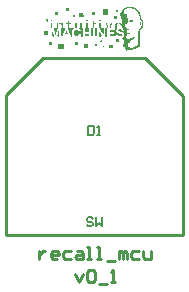
<source format=gto>
G04 Layer_Color=65535*
%FSLAX25Y25*%
%MOIN*%
G70*
G01*
G75*
%ADD15C,0.01000*%
%ADD17C,0.00600*%
G36*
X1684Y38252D02*
X1785D01*
Y38151D01*
X1886D01*
Y38050D01*
Y37949D01*
X1987D01*
Y37848D01*
X2087D01*
Y37747D01*
Y37647D01*
X2188D01*
Y37546D01*
Y37445D01*
X2289D01*
Y37344D01*
X2390D01*
Y37243D01*
Y37142D01*
Y37042D01*
X2592D01*
Y36941D01*
Y36840D01*
X2692D01*
Y36739D01*
X2390D01*
Y36638D01*
X1583D01*
Y36739D01*
Y36840D01*
Y36941D01*
Y37042D01*
Y37142D01*
Y37243D01*
Y37344D01*
Y37445D01*
Y37546D01*
Y37647D01*
Y37747D01*
Y37848D01*
Y37949D01*
Y38050D01*
Y38151D01*
Y38252D01*
Y38353D01*
X1684D01*
Y38252D01*
D02*
G37*
G36*
X4407Y39260D02*
Y39159D01*
Y39059D01*
Y38958D01*
Y38857D01*
Y38756D01*
Y38655D01*
Y38554D01*
Y38453D01*
Y38353D01*
Y38252D01*
Y38151D01*
Y38050D01*
Y37949D01*
Y37848D01*
Y37747D01*
Y37647D01*
Y37546D01*
Y37445D01*
Y37344D01*
Y37243D01*
Y37142D01*
Y37042D01*
Y36941D01*
Y36840D01*
Y36739D01*
Y36638D01*
X3701D01*
Y36739D01*
Y36840D01*
Y36941D01*
Y37042D01*
Y37142D01*
Y37243D01*
Y37344D01*
Y37445D01*
Y37546D01*
Y37647D01*
Y37747D01*
Y37848D01*
Y37949D01*
Y38050D01*
Y38151D01*
Y38252D01*
Y38353D01*
Y38453D01*
Y38554D01*
Y38655D01*
Y38756D01*
Y38857D01*
Y38958D01*
Y39059D01*
Y39159D01*
Y39260D01*
Y39361D01*
X4407D01*
Y39260D01*
D02*
G37*
G36*
X-535D02*
X-434D01*
Y39159D01*
Y39059D01*
Y38958D01*
Y38857D01*
Y38756D01*
Y38655D01*
Y38554D01*
Y38453D01*
Y38353D01*
Y38252D01*
Y38151D01*
Y38050D01*
Y37949D01*
Y37848D01*
Y37747D01*
Y37647D01*
Y37546D01*
Y37445D01*
Y37344D01*
Y37243D01*
Y37142D01*
Y37042D01*
Y36941D01*
Y36840D01*
Y36739D01*
X-1039D01*
Y36638D01*
X-1140D01*
Y36739D01*
Y36840D01*
Y36941D01*
Y37042D01*
Y37142D01*
Y37243D01*
Y37344D01*
Y37445D01*
Y37546D01*
Y37647D01*
Y37747D01*
Y37848D01*
Y37949D01*
Y38050D01*
Y38151D01*
Y38252D01*
Y38353D01*
Y38453D01*
Y38554D01*
Y38655D01*
Y38756D01*
Y38857D01*
Y38958D01*
Y39059D01*
Y39159D01*
Y39260D01*
Y39361D01*
X-535D01*
Y39260D01*
D02*
G37*
G36*
X-10821Y41176D02*
X-10619D01*
Y41076D01*
X-10518D01*
Y40975D01*
X-10418D01*
Y40874D01*
Y40773D01*
Y40672D01*
X-10317D01*
Y40571D01*
Y40470D01*
Y40369D01*
Y40269D01*
Y40168D01*
Y40067D01*
Y39966D01*
Y39865D01*
Y39764D01*
Y39664D01*
Y39563D01*
Y39462D01*
Y39361D01*
X-9712D01*
Y39260D01*
Y39159D01*
Y39059D01*
X-9813D01*
Y38958D01*
Y38857D01*
Y38756D01*
X-9913D01*
Y38655D01*
Y38554D01*
X-10014D01*
Y38453D01*
Y38353D01*
Y38252D01*
X-10115D01*
Y38151D01*
Y38050D01*
X-10216D01*
Y37949D01*
Y37848D01*
Y37747D01*
X-10317D01*
Y37647D01*
Y37546D01*
Y37445D01*
X-10418D01*
Y37344D01*
Y37243D01*
X-10518D01*
Y37142D01*
Y37042D01*
Y36941D01*
X-10619D01*
Y36840D01*
Y36739D01*
X-10720D01*
Y36638D01*
X-10821D01*
Y36739D01*
X-11124D01*
Y36840D01*
Y36941D01*
Y37042D01*
Y37142D01*
Y37243D01*
Y37344D01*
Y37445D01*
Y37546D01*
Y37647D01*
Y37747D01*
Y37848D01*
Y37949D01*
Y38050D01*
Y38151D01*
Y38252D01*
Y38353D01*
Y38453D01*
Y38554D01*
Y38655D01*
Y38756D01*
Y38857D01*
Y38958D01*
Y39059D01*
Y39159D01*
Y39260D01*
Y39361D01*
X-10821D01*
Y39462D01*
Y39563D01*
Y39664D01*
Y39764D01*
Y39865D01*
Y39966D01*
Y40067D01*
Y40168D01*
Y40269D01*
Y40369D01*
Y40470D01*
Y40571D01*
Y40672D01*
X-10922D01*
Y40773D01*
X-11023D01*
Y40874D01*
X-11124D01*
Y40975D01*
X-11729D01*
Y41076D01*
X-11628D01*
Y41176D01*
X-11426D01*
Y41277D01*
X-10821D01*
Y41176D01*
D02*
G37*
G36*
X-8401Y41781D02*
Y41680D01*
Y41580D01*
Y41479D01*
Y41378D01*
Y41277D01*
Y41176D01*
X-7896D01*
Y41076D01*
Y40975D01*
X-8300D01*
Y40874D01*
Y40773D01*
X-8401D01*
Y40672D01*
Y40571D01*
X-8300D01*
Y40470D01*
Y40369D01*
X-8401D01*
Y40269D01*
Y40168D01*
Y40067D01*
Y39966D01*
Y39865D01*
Y39764D01*
Y39664D01*
Y39563D01*
Y39462D01*
X-8300D01*
Y39361D01*
X-6787D01*
Y39260D01*
X-6888D01*
Y39159D01*
X-6989D01*
Y39059D01*
X-7090D01*
Y38958D01*
X-7191D01*
Y38857D01*
X-7291D01*
Y38756D01*
Y38655D01*
X-7392D01*
Y38554D01*
Y38453D01*
Y38353D01*
Y38252D01*
X-7493D01*
Y38151D01*
Y38050D01*
Y37949D01*
Y37848D01*
Y37747D01*
Y37647D01*
Y37546D01*
Y37445D01*
X-7392D01*
Y37344D01*
Y37243D01*
Y37142D01*
X-7291D01*
Y37042D01*
Y36941D01*
X-7191D01*
Y36840D01*
Y36739D01*
X-7392D01*
Y36638D01*
X-7594D01*
Y36739D01*
X-7896D01*
Y36840D01*
Y36941D01*
Y37042D01*
X-7997D01*
Y37142D01*
Y37243D01*
X-8098D01*
Y37344D01*
Y37445D01*
Y37546D01*
X-8199D01*
Y37647D01*
Y37747D01*
Y37848D01*
X-8300D01*
Y37949D01*
Y38050D01*
X-8401D01*
Y38151D01*
Y38252D01*
Y38353D01*
X-8501D01*
Y38453D01*
Y38554D01*
Y38655D01*
Y38756D01*
X-8602D01*
Y38857D01*
Y38958D01*
X-8703D01*
Y39059D01*
Y39159D01*
Y39260D01*
X-8804D01*
Y39361D01*
Y39462D01*
Y39563D01*
Y39664D01*
Y39764D01*
X-8905D01*
Y39865D01*
Y39966D01*
Y40067D01*
Y40168D01*
Y40269D01*
Y40369D01*
Y40470D01*
Y40571D01*
Y40672D01*
Y40773D01*
Y40874D01*
Y40975D01*
X-9308D01*
Y41076D01*
Y41176D01*
X-8905D01*
Y41277D01*
X-8804D01*
Y41378D01*
Y41479D01*
Y41580D01*
Y41680D01*
Y41781D01*
Y41882D01*
X-8401D01*
Y41781D01*
D02*
G37*
G36*
X-8602Y36840D02*
Y36739D01*
X-9913D01*
Y36840D01*
Y36941D01*
X-8602D01*
Y36840D01*
D02*
G37*
G36*
X-9107Y38453D02*
Y38353D01*
Y38252D01*
X-9006D01*
Y38151D01*
Y38050D01*
Y37949D01*
X-8905D01*
Y37848D01*
Y37747D01*
Y37647D01*
X-8804D01*
Y37546D01*
X-8905D01*
Y37445D01*
X-9611D01*
Y37546D01*
Y37647D01*
Y37747D01*
Y37848D01*
X-9510D01*
Y37949D01*
Y38050D01*
Y38151D01*
X-9409D01*
Y38252D01*
Y38353D01*
X-9308D01*
Y38453D01*
Y38554D01*
X-9107D01*
Y38453D01*
D02*
G37*
G36*
X2188Y41076D02*
Y40975D01*
Y40874D01*
Y40773D01*
Y40672D01*
Y40571D01*
Y40470D01*
Y40369D01*
Y40269D01*
Y40168D01*
Y40067D01*
Y39966D01*
Y39865D01*
Y39764D01*
Y39664D01*
Y39563D01*
Y39462D01*
Y39361D01*
Y39260D01*
X2289D01*
Y39361D01*
X3096D01*
Y39260D01*
Y39159D01*
Y39059D01*
Y38958D01*
Y38857D01*
Y38756D01*
Y38655D01*
Y38554D01*
Y38453D01*
Y38353D01*
Y38252D01*
Y38151D01*
Y38050D01*
Y37949D01*
Y37848D01*
Y37747D01*
Y37647D01*
Y37546D01*
Y37445D01*
X2894D01*
Y37546D01*
Y37647D01*
X2793D01*
Y37747D01*
X2692D01*
Y37848D01*
Y37949D01*
X2592D01*
Y38050D01*
Y38151D01*
X2491D01*
Y38252D01*
X2390D01*
Y38353D01*
Y38453D01*
X2289D01*
Y38554D01*
X2188D01*
Y38655D01*
Y38756D01*
X2087D01*
Y38857D01*
Y38958D01*
X1987D01*
Y39059D01*
X1886D01*
Y39159D01*
Y39260D01*
X1785D01*
Y39361D01*
X1684D01*
Y39462D01*
Y39563D01*
Y39664D01*
Y39764D01*
Y39865D01*
Y39966D01*
Y40067D01*
Y40168D01*
Y40269D01*
Y40369D01*
Y40470D01*
Y40571D01*
Y40672D01*
Y40773D01*
Y40874D01*
Y40975D01*
Y41076D01*
Y41176D01*
X2188D01*
Y41076D01*
D02*
G37*
G36*
X-15964Y38453D02*
X-15460D01*
Y38353D01*
Y38252D01*
Y38151D01*
Y38050D01*
Y37949D01*
Y37848D01*
Y37747D01*
Y37647D01*
Y37546D01*
Y37445D01*
Y37344D01*
X-16468D01*
Y37243D01*
X-16670D01*
Y37344D01*
X-16872D01*
Y37445D01*
Y37546D01*
Y37647D01*
Y37747D01*
Y37848D01*
Y37949D01*
Y38050D01*
Y38151D01*
Y38252D01*
Y38353D01*
Y38453D01*
X-16468D01*
Y38554D01*
X-15964D01*
Y38453D01*
D02*
G37*
G36*
X-1846Y37546D02*
Y37445D01*
Y37344D01*
Y37243D01*
Y37142D01*
Y37042D01*
Y36941D01*
Y36840D01*
Y36739D01*
X-3157D01*
Y36840D01*
Y36941D01*
Y37042D01*
Y37142D01*
Y37243D01*
Y37344D01*
Y37445D01*
Y37546D01*
Y37647D01*
X-1846D01*
Y37546D01*
D02*
G37*
G36*
X978Y39260D02*
Y39159D01*
Y39059D01*
Y38958D01*
Y38857D01*
Y38756D01*
Y38655D01*
Y38554D01*
Y38453D01*
Y38353D01*
Y38252D01*
Y38151D01*
Y38050D01*
Y37949D01*
Y37848D01*
Y37747D01*
Y37647D01*
Y37546D01*
Y37445D01*
Y37344D01*
Y37243D01*
Y37142D01*
Y37042D01*
Y36941D01*
Y36840D01*
Y36739D01*
X272D01*
Y36840D01*
Y36941D01*
Y37042D01*
Y37142D01*
Y37243D01*
Y37344D01*
Y37445D01*
Y37546D01*
Y37647D01*
Y37747D01*
Y37848D01*
Y37949D01*
Y38050D01*
Y38151D01*
Y38252D01*
Y38353D01*
Y38453D01*
Y38554D01*
Y38655D01*
Y38756D01*
Y38857D01*
Y38958D01*
Y39059D01*
Y39159D01*
Y39260D01*
Y39361D01*
X978D01*
Y39260D01*
D02*
G37*
G36*
X3398Y33310D02*
Y33209D01*
Y33109D01*
X2995D01*
Y33209D01*
Y33310D01*
Y33411D01*
X3398D01*
Y33310D01*
D02*
G37*
G36*
X1079Y34218D02*
Y34117D01*
Y34016D01*
Y33915D01*
Y33814D01*
Y33714D01*
Y33613D01*
Y33512D01*
Y33411D01*
X171D01*
Y33512D01*
Y33613D01*
Y33714D01*
Y33814D01*
Y33915D01*
Y34016D01*
Y34117D01*
Y34218D01*
Y34319D01*
X1079D01*
Y34218D01*
D02*
G37*
G36*
X-2148Y34016D02*
Y33915D01*
Y33814D01*
Y33714D01*
Y33613D01*
Y33512D01*
Y33411D01*
Y33310D01*
Y33209D01*
Y33109D01*
Y33008D01*
Y32907D01*
X-3459D01*
Y33008D01*
Y33109D01*
Y33209D01*
Y33310D01*
Y33411D01*
Y33512D01*
Y33613D01*
Y33714D01*
Y33814D01*
Y33915D01*
Y34016D01*
X-3358D01*
Y34117D01*
X-2148D01*
Y34016D01*
D02*
G37*
G36*
X-10216Y34117D02*
Y34016D01*
Y33915D01*
Y33814D01*
Y33714D01*
Y33613D01*
Y33512D01*
Y33411D01*
Y33310D01*
Y33209D01*
Y33109D01*
Y33008D01*
Y32907D01*
Y32806D01*
Y32705D01*
Y32604D01*
Y32504D01*
X-10418D01*
Y32403D01*
X-11729D01*
Y32504D01*
X-12031D01*
Y32604D01*
Y32705D01*
Y32806D01*
Y32907D01*
Y33008D01*
Y33109D01*
Y33209D01*
Y33310D01*
Y33411D01*
Y33512D01*
Y33613D01*
Y33714D01*
Y33814D01*
Y33915D01*
Y34016D01*
Y34117D01*
Y34218D01*
X-10216D01*
Y34117D01*
D02*
G37*
G36*
X6323Y33814D02*
Y33714D01*
Y33613D01*
Y33512D01*
Y33411D01*
Y33310D01*
Y33209D01*
Y33109D01*
Y33008D01*
Y32907D01*
Y32806D01*
Y32705D01*
X5012D01*
Y32806D01*
Y32907D01*
Y33008D01*
Y33109D01*
Y33209D01*
Y33310D01*
Y33411D01*
Y33512D01*
Y33613D01*
Y33714D01*
Y33814D01*
Y33915D01*
X6323D01*
Y33814D01*
D02*
G37*
G36*
X-14149Y34621D02*
Y34520D01*
Y34420D01*
Y34319D01*
Y34218D01*
Y34117D01*
Y34016D01*
Y33915D01*
Y33814D01*
Y33714D01*
X-15157D01*
Y33814D01*
Y33915D01*
Y34016D01*
Y34117D01*
Y34218D01*
Y34319D01*
Y34420D01*
Y34520D01*
Y34621D01*
Y34722D01*
X-14149D01*
Y34621D01*
D02*
G37*
G36*
X-13947Y38252D02*
X-13846D01*
Y38151D01*
Y38050D01*
X-13746D01*
Y37949D01*
Y37848D01*
Y37747D01*
X-13645D01*
Y37647D01*
Y37546D01*
Y37445D01*
X-13544D01*
Y37344D01*
Y37243D01*
Y37142D01*
X-13443D01*
Y37042D01*
Y36941D01*
Y36840D01*
X-13342D01*
Y36739D01*
X-13544D01*
Y36638D01*
X-13846D01*
Y36739D01*
X-14048D01*
Y36840D01*
Y36941D01*
Y37042D01*
Y37142D01*
Y37243D01*
Y37344D01*
Y37445D01*
Y37546D01*
Y37647D01*
Y37747D01*
Y37848D01*
Y37949D01*
Y38050D01*
Y38151D01*
Y38252D01*
Y38353D01*
X-13947D01*
Y38252D01*
D02*
G37*
G36*
X-11829D02*
X-11729D01*
Y38151D01*
Y38050D01*
Y37949D01*
Y37848D01*
Y37747D01*
Y37647D01*
Y37546D01*
Y37445D01*
Y37344D01*
Y37243D01*
Y37142D01*
Y37042D01*
Y36941D01*
Y36840D01*
Y36739D01*
Y36638D01*
X-12031D01*
Y36739D01*
X-12434D01*
Y36840D01*
Y36941D01*
X-12334D01*
Y37042D01*
Y37142D01*
Y37243D01*
X-12233D01*
Y37344D01*
Y37445D01*
X-12132D01*
Y37546D01*
Y37647D01*
Y37747D01*
X-12031D01*
Y37848D01*
Y37949D01*
Y38050D01*
X-11930D01*
Y38151D01*
Y38252D01*
Y38353D01*
X-11829D01*
Y38252D01*
D02*
G37*
G36*
X8138Y35831D02*
Y35731D01*
Y35630D01*
Y35529D01*
Y35428D01*
Y35327D01*
Y35226D01*
Y35125D01*
Y35025D01*
Y34924D01*
X7130D01*
Y35025D01*
Y35125D01*
Y35226D01*
Y35327D01*
Y35428D01*
Y35529D01*
Y35630D01*
Y35731D01*
Y35831D01*
Y35932D01*
X8138D01*
Y35831D01*
D02*
G37*
G36*
X-5375Y34823D02*
Y34722D01*
Y34621D01*
Y34520D01*
Y34420D01*
Y34319D01*
Y34218D01*
Y34117D01*
Y34016D01*
Y33915D01*
X-6485D01*
Y34016D01*
Y34117D01*
Y34218D01*
Y34319D01*
Y34420D01*
Y34520D01*
Y34621D01*
Y34722D01*
Y34823D01*
Y34924D01*
X-5375D01*
Y34823D01*
D02*
G37*
G36*
X2692Y35428D02*
Y35327D01*
Y35226D01*
Y35125D01*
Y35025D01*
Y34924D01*
Y34823D01*
X2087D01*
Y34924D01*
X1987D01*
Y35025D01*
Y35125D01*
Y35226D01*
X2087D01*
Y35327D01*
Y35428D01*
Y35529D01*
X2692D01*
Y35428D01*
D02*
G37*
G36*
X-2350Y41176D02*
X-2148D01*
Y41076D01*
Y40975D01*
Y40874D01*
Y40773D01*
Y40672D01*
Y40571D01*
Y40470D01*
Y40369D01*
Y40269D01*
Y40168D01*
Y40067D01*
Y39966D01*
Y39865D01*
Y39764D01*
Y39664D01*
Y39563D01*
Y39462D01*
Y39361D01*
X-1846D01*
Y39260D01*
Y39159D01*
Y39059D01*
Y38958D01*
Y38857D01*
Y38756D01*
Y38655D01*
Y38554D01*
Y38453D01*
Y38353D01*
Y38252D01*
X-3157D01*
Y38353D01*
Y38453D01*
Y38554D01*
Y38655D01*
Y38756D01*
Y38857D01*
Y38958D01*
Y39059D01*
Y39159D01*
Y39260D01*
Y39361D01*
X-2652D01*
Y39462D01*
Y39563D01*
Y39664D01*
Y39764D01*
Y39865D01*
Y39966D01*
Y40067D01*
Y40168D01*
Y40269D01*
Y40369D01*
Y40470D01*
Y40571D01*
Y40672D01*
Y40773D01*
Y40874D01*
Y40975D01*
X-2753D01*
Y41076D01*
X-2652D01*
Y41176D01*
X-2551D01*
Y41277D01*
X-2350D01*
Y41176D01*
D02*
G37*
G36*
X7533Y43395D02*
Y43294D01*
Y43193D01*
Y43092D01*
Y42992D01*
Y42891D01*
Y42790D01*
Y42689D01*
Y42588D01*
X7432D01*
Y42487D01*
X7231D01*
Y42386D01*
X6626D01*
Y42487D01*
X6525D01*
Y42588D01*
Y42689D01*
Y42790D01*
Y42891D01*
Y42992D01*
Y43092D01*
Y43193D01*
Y43294D01*
Y43395D01*
Y43496D01*
X7533D01*
Y43395D01*
D02*
G37*
G36*
X-3560Y44504D02*
X-3661D01*
Y44403D01*
Y44302D01*
Y44202D01*
Y44101D01*
Y44000D01*
Y43899D01*
X-3560D01*
Y43798D01*
Y43698D01*
Y43597D01*
Y43496D01*
Y43395D01*
Y43294D01*
Y43193D01*
Y43092D01*
X-3762D01*
Y42992D01*
X-3863D01*
Y43092D01*
X-5073D01*
Y43193D01*
Y43294D01*
Y43395D01*
Y43496D01*
X-5174D01*
Y43597D01*
Y43698D01*
Y43798D01*
Y43899D01*
Y44000D01*
Y44101D01*
Y44202D01*
Y44302D01*
Y44403D01*
Y44504D01*
Y44605D01*
X-3560D01*
Y44504D01*
D02*
G37*
G36*
X2188Y41983D02*
Y41882D01*
Y41781D01*
X1684D01*
Y41882D01*
Y41983D01*
Y42084D01*
X2188D01*
Y41983D01*
D02*
G37*
G36*
X-14048D02*
Y41882D01*
Y41781D01*
X-14149D01*
Y41680D01*
X-14351D01*
Y41781D01*
X-14552D01*
Y41882D01*
X-14451D01*
Y41983D01*
X-14552D01*
Y42084D01*
X-14048D01*
Y41983D01*
D02*
G37*
G36*
X-2148D02*
Y41882D01*
Y41781D01*
X-2652D01*
Y41882D01*
Y41983D01*
Y42084D01*
X-2148D01*
Y41983D01*
D02*
G37*
G36*
X-6485Y43798D02*
Y43698D01*
Y43597D01*
X-6384D01*
Y43496D01*
Y43395D01*
X-6485D01*
Y43294D01*
X-6989D01*
Y43395D01*
Y43496D01*
Y43597D01*
Y43698D01*
Y43798D01*
Y43899D01*
X-6485D01*
Y43798D01*
D02*
G37*
G36*
X7836Y45412D02*
Y45311D01*
Y45210D01*
Y45109D01*
Y45009D01*
Y44908D01*
X7937D01*
Y44807D01*
X7231D01*
Y44908D01*
Y45009D01*
Y45109D01*
Y45210D01*
Y45311D01*
Y45412D01*
Y45513D01*
X7836D01*
Y45412D01*
D02*
G37*
G36*
X-8300Y46219D02*
X-8199D01*
Y46118D01*
X-8300D01*
Y46017D01*
Y45916D01*
Y45815D01*
Y45714D01*
Y45614D01*
Y45513D01*
Y45412D01*
Y45311D01*
X-9308D01*
Y45412D01*
Y45513D01*
Y45614D01*
Y45714D01*
Y45815D01*
Y45916D01*
Y46017D01*
Y46118D01*
Y46219D01*
Y46319D01*
X-8300D01*
Y46219D01*
D02*
G37*
G36*
X3600Y45714D02*
X4508D01*
Y45614D01*
Y45513D01*
Y45412D01*
Y45311D01*
Y45210D01*
Y45109D01*
Y45009D01*
Y44908D01*
Y44807D01*
Y44706D01*
Y44605D01*
Y44504D01*
Y44403D01*
Y44302D01*
Y44202D01*
Y44101D01*
Y44000D01*
X2793D01*
Y44101D01*
Y44202D01*
Y44302D01*
Y44403D01*
Y44504D01*
Y44605D01*
Y44706D01*
Y44807D01*
Y44908D01*
Y45009D01*
Y45109D01*
Y45210D01*
X2692D01*
Y45311D01*
X2793D01*
Y45412D01*
Y45513D01*
Y45614D01*
Y45714D01*
X2995D01*
Y45815D01*
X3600D01*
Y45714D01*
D02*
G37*
G36*
X-11930Y44908D02*
X-12031D01*
Y44807D01*
Y44706D01*
Y44605D01*
Y44504D01*
Y44403D01*
Y44302D01*
X-11930D01*
Y44202D01*
Y44101D01*
Y44000D01*
Y43899D01*
Y43798D01*
X-13140D01*
Y43899D01*
Y44000D01*
Y44101D01*
Y44202D01*
Y44302D01*
Y44403D01*
Y44504D01*
Y44605D01*
Y44706D01*
Y44807D01*
Y44908D01*
Y45009D01*
X-11930D01*
Y44908D01*
D02*
G37*
G36*
X373D02*
Y44807D01*
Y44706D01*
Y44605D01*
Y44504D01*
Y44403D01*
Y44302D01*
Y44202D01*
Y44101D01*
Y44000D01*
Y43899D01*
Y43798D01*
X-837D01*
Y43899D01*
X-736D01*
Y44000D01*
Y44101D01*
Y44202D01*
Y44302D01*
Y44403D01*
Y44504D01*
Y44605D01*
Y44706D01*
Y44807D01*
Y44908D01*
X-837D01*
Y45009D01*
X373D01*
Y44908D01*
D02*
G37*
G36*
X-14048Y41076D02*
Y40975D01*
Y40874D01*
Y40773D01*
Y40672D01*
Y40571D01*
Y40470D01*
Y40369D01*
Y40269D01*
Y40168D01*
Y40067D01*
Y39966D01*
Y39865D01*
Y39764D01*
Y39664D01*
X-14149D01*
Y39563D01*
Y39462D01*
X-14552D01*
Y39563D01*
Y39664D01*
Y39764D01*
Y39865D01*
Y39966D01*
Y40067D01*
Y40168D01*
Y40269D01*
Y40369D01*
Y40470D01*
Y40571D01*
Y40672D01*
Y40773D01*
Y40874D01*
Y40975D01*
Y41076D01*
Y41176D01*
X-14048D01*
Y41076D01*
D02*
G37*
G36*
X-30Y41781D02*
Y41680D01*
Y41580D01*
Y41479D01*
Y41378D01*
Y41277D01*
Y41176D01*
X474D01*
Y41076D01*
Y40975D01*
X171D01*
Y40874D01*
X71D01*
Y40975D01*
Y41076D01*
X-30D01*
Y40975D01*
Y40874D01*
Y40773D01*
Y40672D01*
Y40571D01*
Y40470D01*
Y40369D01*
Y40269D01*
Y40168D01*
Y40067D01*
Y39966D01*
Y39865D01*
Y39764D01*
Y39664D01*
Y39563D01*
Y39462D01*
X-434D01*
Y39563D01*
X-535D01*
Y39664D01*
Y39764D01*
Y39865D01*
Y39966D01*
Y40067D01*
Y40168D01*
Y40269D01*
Y40369D01*
Y40470D01*
Y40571D01*
Y40672D01*
Y40773D01*
Y40874D01*
Y40975D01*
Y41076D01*
X-636D01*
Y40975D01*
X-837D01*
Y41076D01*
X-938D01*
Y41176D01*
X-535D01*
Y41277D01*
Y41378D01*
X-434D01*
Y41479D01*
Y41580D01*
Y41680D01*
Y41781D01*
Y41882D01*
X-30D01*
Y41781D01*
D02*
G37*
G36*
X6020Y41076D02*
X5920D01*
Y40975D01*
Y40874D01*
Y40773D01*
X5819D01*
Y40672D01*
Y40571D01*
Y40470D01*
X5718D01*
Y40369D01*
Y40269D01*
X5617D01*
Y40168D01*
Y40067D01*
Y39966D01*
X5516D01*
Y39865D01*
Y39764D01*
Y39664D01*
X5415D01*
Y39563D01*
Y39462D01*
X4407D01*
Y39563D01*
Y39664D01*
X4306D01*
Y39764D01*
Y39865D01*
Y39966D01*
X4205D01*
Y40067D01*
Y40168D01*
X4104D01*
Y40269D01*
Y40369D01*
Y40470D01*
Y40571D01*
X4003D01*
Y40672D01*
Y40773D01*
X3903D01*
Y40874D01*
Y40975D01*
Y41076D01*
X3802D01*
Y41176D01*
X4306D01*
Y41076D01*
Y40975D01*
X4407D01*
Y40874D01*
Y40773D01*
Y40672D01*
X4508D01*
Y40571D01*
Y40470D01*
Y40369D01*
X4609D01*
Y40269D01*
Y40168D01*
Y40067D01*
X4709D01*
Y39966D01*
Y39865D01*
Y39764D01*
Y39664D01*
X4810D01*
Y39563D01*
X5012D01*
Y39664D01*
X5113D01*
Y39764D01*
Y39865D01*
X5214D01*
Y39966D01*
Y40067D01*
X5314D01*
Y40168D01*
Y40269D01*
Y40369D01*
Y40470D01*
X5415D01*
Y40571D01*
X5516D01*
Y40672D01*
X5415D01*
Y40773D01*
Y40874D01*
X5516D01*
Y40975D01*
Y41076D01*
X5617D01*
Y41176D01*
X6020D01*
Y41076D01*
D02*
G37*
G36*
X-5880D02*
Y40975D01*
Y40874D01*
Y40773D01*
Y40672D01*
Y40571D01*
Y40470D01*
Y40369D01*
Y40269D01*
Y40168D01*
Y40067D01*
Y39966D01*
Y39865D01*
Y39764D01*
Y39664D01*
Y39563D01*
Y39462D01*
X-6384D01*
Y39563D01*
Y39664D01*
Y39764D01*
Y39865D01*
Y39966D01*
Y40067D01*
Y40168D01*
Y40269D01*
Y40369D01*
Y40470D01*
Y40571D01*
Y40672D01*
Y40773D01*
Y40874D01*
Y40975D01*
Y41076D01*
Y41176D01*
X-5880D01*
Y41076D01*
D02*
G37*
G36*
X-4165D02*
Y40975D01*
Y40874D01*
Y40773D01*
Y40672D01*
Y40571D01*
Y40470D01*
Y40369D01*
Y40269D01*
Y40168D01*
Y40067D01*
Y39966D01*
Y39865D01*
Y39764D01*
Y39664D01*
Y39563D01*
Y39462D01*
Y39361D01*
X-3863D01*
Y39260D01*
Y39159D01*
Y39059D01*
Y38958D01*
Y38857D01*
Y38756D01*
Y38655D01*
Y38554D01*
Y38453D01*
Y38353D01*
Y38252D01*
Y38151D01*
Y38050D01*
Y37949D01*
Y37848D01*
Y37747D01*
Y37647D01*
Y37546D01*
Y37445D01*
Y37344D01*
Y37243D01*
Y37142D01*
Y37042D01*
Y36941D01*
Y36840D01*
Y36739D01*
Y36638D01*
X-4367D01*
Y36739D01*
X-4669D01*
Y36840D01*
X-4569D01*
Y36941D01*
Y37042D01*
X-4468D01*
Y37142D01*
Y37243D01*
Y37344D01*
X-4367D01*
Y37445D01*
X-5073D01*
Y37344D01*
X-5174D01*
Y37243D01*
Y37142D01*
Y37042D01*
X-5274D01*
Y36941D01*
X-5375D01*
Y36840D01*
X-5577D01*
Y36739D01*
X-6081D01*
Y36840D01*
X-6283D01*
Y36941D01*
X-6485D01*
Y37042D01*
X-6585D01*
Y37142D01*
Y37243D01*
X-6686D01*
Y37344D01*
Y37445D01*
X-6585D01*
Y37546D01*
X-6787D01*
Y37647D01*
Y37747D01*
Y37848D01*
Y37949D01*
Y38050D01*
Y38151D01*
X-6686D01*
Y38252D01*
Y38353D01*
Y38453D01*
Y38554D01*
X-6585D01*
Y38655D01*
X-6485D01*
Y38756D01*
X-6384D01*
Y38857D01*
X-6283D01*
Y38958D01*
X-5476D01*
Y38857D01*
X-5375D01*
Y38756D01*
X-5274D01*
Y38655D01*
X-5174D01*
Y38554D01*
Y38453D01*
X-4468D01*
Y38554D01*
Y38655D01*
Y38756D01*
Y38857D01*
X-4569D01*
Y38958D01*
X-4669D01*
Y39059D01*
X-4770D01*
Y39159D01*
Y39260D01*
X-4972D01*
Y39361D01*
X-4770D01*
Y39462D01*
Y39563D01*
X-4669D01*
Y39664D01*
Y39764D01*
Y39865D01*
Y39966D01*
Y40067D01*
Y40168D01*
Y40269D01*
Y40369D01*
Y40470D01*
Y40571D01*
Y40672D01*
Y40773D01*
Y40874D01*
Y40975D01*
Y41076D01*
Y41176D01*
X-4165D01*
Y41076D01*
D02*
G37*
G36*
X-15359Y42286D02*
Y42185D01*
Y42084D01*
Y41983D01*
Y41882D01*
Y41781D01*
Y41680D01*
X-15561D01*
Y41580D01*
X-15863D01*
Y41680D01*
X-15964D01*
Y41781D01*
Y41882D01*
Y41983D01*
Y42084D01*
Y42185D01*
Y42286D01*
Y42386D01*
X-15359D01*
Y42286D01*
D02*
G37*
G36*
X11668Y46521D02*
X12273D01*
Y46420D01*
X13181D01*
Y46319D01*
X13382D01*
Y46219D01*
X13483D01*
Y46118D01*
X13685D01*
Y46017D01*
X13886D01*
Y45916D01*
X14088D01*
Y45815D01*
X14189D01*
Y45714D01*
X14290D01*
Y45614D01*
X14391D01*
Y45513D01*
X14491D01*
Y45412D01*
X14592D01*
Y45311D01*
X14693D01*
Y45210D01*
X14794D01*
Y45109D01*
X14895D01*
Y45009D01*
X14996D01*
Y44908D01*
X15097D01*
Y44807D01*
Y44706D01*
X15198D01*
Y44605D01*
Y44504D01*
X15298D01*
Y44403D01*
Y44302D01*
X15399D01*
Y44202D01*
Y44101D01*
Y44000D01*
X15500D01*
Y43899D01*
Y43798D01*
Y43698D01*
X15601D01*
Y43597D01*
Y43496D01*
Y43395D01*
Y43294D01*
X15702D01*
Y43193D01*
Y43092D01*
Y42992D01*
Y42891D01*
Y42790D01*
Y42689D01*
Y42588D01*
X15802D01*
Y42487D01*
X15903D01*
Y42386D01*
X16004D01*
Y42286D01*
X16105D01*
Y42185D01*
Y42084D01*
X16206D01*
Y41983D01*
Y41882D01*
Y41781D01*
X16307D01*
Y41680D01*
Y41580D01*
Y41479D01*
Y41378D01*
X16408D01*
Y41277D01*
Y41176D01*
Y41076D01*
Y40975D01*
Y40874D01*
Y40773D01*
Y40672D01*
Y40571D01*
Y40470D01*
Y40369D01*
Y40269D01*
X16307D01*
Y40168D01*
X16206D01*
Y40067D01*
Y39966D01*
Y39865D01*
Y39764D01*
X16105D01*
Y39664D01*
X16004D01*
Y39563D01*
Y39462D01*
X15903D01*
Y39361D01*
Y39260D01*
X15802D01*
Y39159D01*
Y39059D01*
X15702D01*
Y38958D01*
X15601D01*
Y38857D01*
X15298D01*
Y38756D01*
Y38655D01*
Y38554D01*
Y38453D01*
Y38353D01*
Y38252D01*
X15198D01*
Y38151D01*
Y38050D01*
Y37949D01*
Y37848D01*
Y37747D01*
Y37647D01*
Y37546D01*
Y37445D01*
Y37344D01*
Y37243D01*
Y37142D01*
Y37042D01*
Y36941D01*
Y36840D01*
Y36739D01*
Y36638D01*
Y36537D01*
Y36437D01*
Y36336D01*
Y36235D01*
Y36134D01*
Y36033D01*
Y35932D01*
Y35831D01*
Y35731D01*
Y35630D01*
Y35529D01*
Y35428D01*
Y35327D01*
Y35226D01*
Y35125D01*
Y35025D01*
Y34924D01*
Y34823D01*
Y34722D01*
Y34621D01*
Y34520D01*
Y34420D01*
Y34319D01*
Y34218D01*
Y34117D01*
Y34016D01*
Y33915D01*
Y33814D01*
Y33714D01*
Y33613D01*
Y33512D01*
Y33411D01*
X15097D01*
Y33310D01*
X14996D01*
Y33209D01*
X14794D01*
Y33109D01*
X14592D01*
Y33008D01*
X14391D01*
Y32907D01*
X14189D01*
Y32806D01*
X13987D01*
Y32705D01*
X13786D01*
Y32604D01*
X13483D01*
Y32504D01*
X13382D01*
Y32403D01*
X12777D01*
Y32302D01*
X12273D01*
Y32201D01*
X11567D01*
Y32100D01*
X10962D01*
Y31999D01*
X10659D01*
Y32100D01*
Y32201D01*
X10559D01*
Y32302D01*
Y32403D01*
X10458D01*
Y32504D01*
Y32604D01*
X10357D01*
Y32705D01*
Y32806D01*
X10256D01*
Y32907D01*
Y33008D01*
Y33109D01*
Y33209D01*
X10155D01*
Y33310D01*
X9752D01*
Y33411D01*
Y33512D01*
Y33613D01*
X9651D01*
Y33714D01*
Y33814D01*
X9752D01*
Y33915D01*
Y34016D01*
Y34117D01*
X9953D01*
Y34218D01*
Y34319D01*
X9853D01*
Y34420D01*
Y34520D01*
Y34621D01*
X9953D01*
Y34722D01*
Y34823D01*
Y34924D01*
Y35025D01*
X9853D01*
Y35125D01*
Y35226D01*
Y35327D01*
Y35428D01*
Y35529D01*
Y35630D01*
X9449D01*
Y35731D01*
X9348D01*
Y35831D01*
Y35932D01*
Y36033D01*
Y36134D01*
Y36235D01*
Y36336D01*
X9449D01*
Y36437D01*
Y36537D01*
X9651D01*
Y36437D01*
X9853D01*
Y36537D01*
Y36638D01*
Y36739D01*
Y36840D01*
X9953D01*
Y36941D01*
Y37042D01*
Y37142D01*
Y37243D01*
Y37344D01*
Y37445D01*
Y37546D01*
X9853D01*
Y37647D01*
Y37747D01*
X9752D01*
Y37848D01*
Y37949D01*
X9449D01*
Y38050D01*
X9247D01*
Y38151D01*
Y38252D01*
X9147D01*
Y38151D01*
X8844D01*
Y38252D01*
X8441D01*
Y38353D01*
X8138D01*
Y38453D01*
X8037D01*
Y38554D01*
Y38655D01*
Y38756D01*
Y38857D01*
X8138D01*
Y38958D01*
X8239D01*
Y39059D01*
X8844D01*
Y38958D01*
Y38857D01*
X8945D01*
Y38958D01*
X9046D01*
Y38857D01*
X9147D01*
Y38756D01*
Y38655D01*
Y38554D01*
X9853D01*
Y38655D01*
Y38756D01*
Y38857D01*
Y38958D01*
X9752D01*
Y39059D01*
Y39159D01*
X9651D01*
Y39260D01*
X9550D01*
Y39361D01*
X9348D01*
Y39462D01*
X8844D01*
Y39563D01*
X9247D01*
Y39664D01*
X9348D01*
Y39764D01*
Y39865D01*
X9247D01*
Y39966D01*
Y40067D01*
X9147D01*
Y40168D01*
X7533D01*
Y40067D01*
X7432D01*
Y39966D01*
Y39865D01*
Y39764D01*
Y39664D01*
X7533D01*
Y39563D01*
Y39462D01*
X7634D01*
Y39361D01*
Y39260D01*
X7533D01*
Y39159D01*
X7432D01*
Y39059D01*
Y38958D01*
X7331D01*
Y38857D01*
Y38756D01*
Y38655D01*
Y38554D01*
Y38453D01*
Y38353D01*
Y38252D01*
X7432D01*
Y38151D01*
Y38050D01*
X7533D01*
Y37949D01*
X7735D01*
Y37848D01*
X7937D01*
Y37747D01*
X8138D01*
Y37647D01*
X8542D01*
Y37546D01*
X8945D01*
Y37445D01*
X9147D01*
Y37344D01*
X9247D01*
Y37243D01*
Y37142D01*
Y37042D01*
Y36941D01*
Y36840D01*
X9046D01*
Y36739D01*
X8239D01*
Y36840D01*
X8037D01*
Y36941D01*
Y37042D01*
X7937D01*
Y37142D01*
Y37243D01*
X7836D01*
Y37344D01*
X7331D01*
Y37243D01*
X7231D01*
Y37142D01*
Y37042D01*
Y36941D01*
X7331D01*
Y36840D01*
Y36739D01*
X6827D01*
Y36840D01*
X5113D01*
Y36941D01*
Y37042D01*
Y37142D01*
Y37243D01*
Y37344D01*
Y37445D01*
Y37546D01*
Y37647D01*
X6726D01*
Y37747D01*
Y37848D01*
Y37949D01*
Y38050D01*
Y38151D01*
X5214D01*
Y38252D01*
X5113D01*
Y38353D01*
Y38453D01*
Y38554D01*
Y38655D01*
Y38756D01*
Y38857D01*
X5214D01*
Y38958D01*
X6827D01*
Y39059D01*
Y39159D01*
Y39260D01*
Y39361D01*
X7130D01*
Y39462D01*
Y39563D01*
X7029D01*
Y39664D01*
Y39764D01*
Y39865D01*
Y39966D01*
X6928D01*
Y40067D01*
Y40168D01*
Y40269D01*
Y40369D01*
Y40470D01*
Y40571D01*
X7029D01*
Y40672D01*
Y40773D01*
X7130D01*
Y40874D01*
X7231D01*
Y40975D01*
X7331D01*
Y41076D01*
X7533D01*
Y41176D01*
X7735D01*
Y41277D01*
X7836D01*
Y41176D01*
X7937D01*
Y41277D01*
X8340D01*
Y41176D01*
X8441D01*
Y41277D01*
X8642D01*
Y41176D01*
X8743D01*
Y41076D01*
X8945D01*
Y40975D01*
X9046D01*
Y40874D01*
X9247D01*
Y40975D01*
Y41076D01*
Y41176D01*
Y41277D01*
X9348D01*
Y41378D01*
Y41479D01*
Y41580D01*
Y41680D01*
Y41781D01*
Y41882D01*
Y41983D01*
Y42084D01*
Y42185D01*
Y42286D01*
Y42386D01*
Y42487D01*
X9046D01*
Y42588D01*
X8945D01*
Y42689D01*
Y42790D01*
Y42891D01*
X8844D01*
Y42992D01*
Y43092D01*
Y43193D01*
X8945D01*
Y43294D01*
Y43395D01*
X8844D01*
Y43496D01*
X8642D01*
Y43597D01*
Y43698D01*
Y43798D01*
Y43899D01*
Y44000D01*
Y44101D01*
Y44202D01*
Y44302D01*
Y44403D01*
Y44504D01*
Y44605D01*
X9046D01*
Y44706D01*
X9147D01*
Y44807D01*
Y44908D01*
Y45009D01*
X9348D01*
Y45109D01*
Y45210D01*
Y45311D01*
Y45412D01*
Y45513D01*
Y45614D01*
X9550D01*
Y45714D01*
X9651D01*
Y45815D01*
X9853D01*
Y45916D01*
X9953D01*
Y46017D01*
X10155D01*
Y46118D01*
X10256D01*
Y46219D01*
X10458D01*
Y46319D01*
X10559D01*
Y46420D01*
X10962D01*
Y46521D01*
X11466D01*
Y46622D01*
X11668D01*
Y46521D01*
D02*
G37*
G36*
X-12132Y41076D02*
Y40975D01*
X-12031D01*
Y40874D01*
X-11930D01*
Y40773D01*
Y40672D01*
X-12031D01*
Y40571D01*
Y40470D01*
Y40369D01*
Y40269D01*
Y40168D01*
Y40067D01*
Y39966D01*
Y39865D01*
Y39764D01*
Y39664D01*
Y39563D01*
Y39462D01*
X-12132D01*
Y39361D01*
X-12233D01*
Y39260D01*
Y39159D01*
Y39059D01*
X-12334D01*
Y38958D01*
Y38857D01*
Y38756D01*
X-12434D01*
Y38655D01*
X-12535D01*
Y38554D01*
Y38453D01*
Y38353D01*
Y38252D01*
Y38151D01*
X-12636D01*
Y38050D01*
Y37949D01*
Y37848D01*
Y37747D01*
X-12737D01*
Y37647D01*
Y37546D01*
Y37445D01*
X-12838D01*
Y37344D01*
X-12939D01*
Y37445D01*
Y37546D01*
X-13040D01*
Y37647D01*
Y37747D01*
Y37848D01*
X-13140D01*
Y37949D01*
Y38050D01*
Y38151D01*
X-13241D01*
Y38252D01*
Y38353D01*
Y38453D01*
X-13342D01*
Y38554D01*
Y38655D01*
Y38756D01*
X-13443D01*
Y38857D01*
X-13342D01*
Y38958D01*
Y39059D01*
X-13544D01*
Y39159D01*
Y39260D01*
Y39361D01*
X-12535D01*
Y39462D01*
Y39563D01*
Y39664D01*
Y39764D01*
Y39865D01*
Y39966D01*
Y40067D01*
Y40168D01*
Y40269D01*
Y40369D01*
Y40470D01*
Y40571D01*
Y40672D01*
Y40773D01*
Y40874D01*
Y40975D01*
Y41076D01*
Y41176D01*
X-12334D01*
Y41076D01*
X-12233D01*
Y41176D01*
X-12132D01*
Y41076D01*
D02*
G37*
%LPC*%
G36*
X11769Y46118D02*
X10861D01*
Y46017D01*
Y45916D01*
Y45815D01*
X10760D01*
Y45714D01*
X10357D01*
Y45614D01*
Y45513D01*
Y45412D01*
X10054D01*
Y45311D01*
Y45210D01*
Y45109D01*
Y45009D01*
Y44908D01*
Y44807D01*
Y44706D01*
Y44605D01*
Y44504D01*
Y44403D01*
Y44302D01*
Y44202D01*
Y44101D01*
X10962D01*
Y44000D01*
Y43899D01*
Y43798D01*
Y43698D01*
Y43597D01*
Y43496D01*
Y43395D01*
Y43294D01*
Y43193D01*
Y43092D01*
Y42992D01*
Y42891D01*
X11365D01*
Y42790D01*
Y42689D01*
Y42588D01*
Y42487D01*
Y42386D01*
Y42286D01*
Y42185D01*
Y42084D01*
Y41983D01*
Y41882D01*
Y41781D01*
Y41680D01*
Y41580D01*
Y41479D01*
Y41378D01*
X11264D01*
Y41277D01*
X10962D01*
Y41176D01*
Y41076D01*
Y40975D01*
Y40874D01*
X10861D01*
Y40773D01*
X10357D01*
Y40672D01*
Y40571D01*
Y40470D01*
Y40369D01*
Y40269D01*
Y40168D01*
Y40067D01*
Y39966D01*
Y39865D01*
Y39764D01*
X10458D01*
Y39664D01*
X10861D01*
Y39563D01*
X10962D01*
Y39462D01*
Y39361D01*
Y39260D01*
Y39159D01*
X11164D01*
Y39059D01*
X11466D01*
Y38958D01*
X11567D01*
Y38857D01*
X11466D01*
Y38756D01*
X10962D01*
Y38655D01*
Y38554D01*
Y38453D01*
Y38353D01*
Y38252D01*
Y38151D01*
Y38050D01*
Y37949D01*
Y37848D01*
X11668D01*
Y37747D01*
X11769D01*
Y37848D01*
X11869D01*
Y37747D01*
X11970D01*
Y37848D01*
X12071D01*
Y37747D01*
Y37647D01*
X11970D01*
Y37546D01*
X11769D01*
Y37445D01*
X10962D01*
Y37344D01*
Y37243D01*
Y37142D01*
Y37042D01*
X10861D01*
Y36941D01*
X10559D01*
Y36840D01*
Y36739D01*
Y36638D01*
Y36537D01*
Y36437D01*
Y36336D01*
Y36235D01*
Y36134D01*
X10962D01*
Y36033D01*
Y35932D01*
Y35831D01*
X11567D01*
Y35932D01*
X11869D01*
Y36033D01*
X12172D01*
Y36134D01*
X12374D01*
Y36033D01*
X12475D01*
Y36134D01*
X12374D01*
Y36235D01*
X12575D01*
Y36336D01*
X12878D01*
Y36437D01*
X13080D01*
Y36537D01*
X13281D01*
Y36638D01*
X13483D01*
Y36739D01*
X13584D01*
Y36638D01*
Y36537D01*
X13483D01*
Y36437D01*
Y36336D01*
X13382D01*
Y36235D01*
X13281D01*
Y36134D01*
X13181D01*
Y36033D01*
Y35932D01*
X13080D01*
Y35831D01*
X12979D01*
Y35731D01*
X12777D01*
Y35630D01*
X12676D01*
Y35529D01*
X12575D01*
Y35428D01*
X12374D01*
Y35327D01*
X12273D01*
Y35226D01*
X12071D01*
Y35125D01*
Y35025D01*
X11970D01*
Y34924D01*
Y34823D01*
Y34722D01*
X11869D01*
Y34621D01*
X11264D01*
Y34520D01*
X11164D01*
Y34420D01*
Y34319D01*
Y34218D01*
Y34117D01*
Y34016D01*
Y33915D01*
Y33814D01*
Y33714D01*
Y33613D01*
Y33512D01*
Y33411D01*
X11264D01*
Y33310D01*
X11668D01*
Y33209D01*
X11769D01*
Y33109D01*
Y33008D01*
Y32907D01*
X11970D01*
Y32806D01*
X12172D01*
Y32907D01*
X12575D01*
Y33008D01*
X12878D01*
Y32907D01*
X12979D01*
Y33008D01*
X12878D01*
Y33109D01*
X13080D01*
Y33209D01*
X13382D01*
Y33310D01*
X13584D01*
Y33411D01*
X13786D01*
Y33512D01*
X13987D01*
Y33613D01*
X14189D01*
Y33714D01*
X14391D01*
Y33814D01*
X14592D01*
Y33915D01*
Y34016D01*
Y34117D01*
Y34218D01*
Y34319D01*
Y34420D01*
Y34520D01*
Y34621D01*
Y34722D01*
Y34823D01*
Y34924D01*
Y35025D01*
Y35125D01*
Y35226D01*
Y35327D01*
Y35428D01*
Y35529D01*
Y35630D01*
Y35731D01*
X14693D01*
Y35831D01*
Y35932D01*
Y36033D01*
Y36134D01*
Y36235D01*
Y36336D01*
Y36437D01*
Y36537D01*
Y36638D01*
Y36739D01*
Y36840D01*
Y36941D01*
Y37042D01*
Y37142D01*
Y37243D01*
Y37344D01*
Y37445D01*
Y37546D01*
Y37647D01*
Y37747D01*
Y37848D01*
Y37949D01*
Y38050D01*
Y38151D01*
Y38252D01*
Y38353D01*
Y38453D01*
X14794D01*
Y38554D01*
Y38655D01*
Y38756D01*
Y38857D01*
Y38958D01*
X14895D01*
Y39059D01*
X14996D01*
Y39159D01*
X15198D01*
Y39260D01*
X15298D01*
Y39361D01*
X15399D01*
Y39462D01*
Y39563D01*
X15500D01*
Y39664D01*
X15601D01*
Y39764D01*
Y39865D01*
Y39966D01*
X15702D01*
Y40067D01*
Y40168D01*
Y40269D01*
X15802D01*
Y40369D01*
Y40470D01*
Y40571D01*
Y40672D01*
Y40773D01*
X15903D01*
Y40874D01*
Y40975D01*
Y41076D01*
Y41176D01*
X15802D01*
Y41277D01*
Y41378D01*
Y41479D01*
Y41580D01*
Y41680D01*
X15702D01*
Y41781D01*
Y41882D01*
X15601D01*
Y41983D01*
Y42084D01*
Y42185D01*
Y42286D01*
X15399D01*
Y42185D01*
X15298D01*
Y42286D01*
Y42386D01*
Y42487D01*
X15198D01*
Y42588D01*
Y42689D01*
Y42790D01*
Y42891D01*
Y42992D01*
Y43092D01*
X15097D01*
Y43193D01*
Y43294D01*
Y43395D01*
Y43496D01*
Y43597D01*
X14996D01*
Y43698D01*
Y43798D01*
Y43899D01*
X14895D01*
Y44000D01*
X14996D01*
Y44101D01*
X14794D01*
Y44202D01*
Y44302D01*
X14693D01*
Y44403D01*
Y44504D01*
X14592D01*
Y44605D01*
Y44706D01*
X14491D01*
Y44807D01*
X14391D01*
Y44908D01*
X14491D01*
Y45009D01*
X14290D01*
Y45109D01*
X14189D01*
Y45210D01*
X14088D01*
Y45311D01*
X13987D01*
Y45412D01*
X13786D01*
Y45513D01*
X13685D01*
Y45614D01*
X13483D01*
Y45714D01*
X13281D01*
Y45815D01*
X12979D01*
Y45916D01*
X12575D01*
Y46017D01*
X11769D01*
Y46118D01*
D02*
G37*
G36*
X8340Y41076D02*
X7836D01*
Y40975D01*
X7735D01*
Y40874D01*
X7634D01*
Y40773D01*
X7533D01*
Y40672D01*
Y40571D01*
X7432D01*
Y40470D01*
Y40369D01*
Y40269D01*
X8945D01*
Y40369D01*
X8844D01*
Y40470D01*
Y40571D01*
Y40672D01*
X8743D01*
Y40773D01*
X8542D01*
Y40874D01*
Y40975D01*
X8340D01*
Y41076D01*
D02*
G37*
%LPD*%
G36*
X12777Y42084D02*
X13080D01*
Y41983D01*
X13181D01*
Y41882D01*
Y41781D01*
Y41680D01*
X13080D01*
Y41580D01*
X12878D01*
Y41479D01*
X11970D01*
Y41580D01*
X11668D01*
Y41680D01*
Y41781D01*
Y41882D01*
Y41983D01*
X11869D01*
Y42084D01*
X12172D01*
Y42185D01*
X12777D01*
Y42084D01*
D02*
G37*
G36*
X15500Y41277D02*
Y41176D01*
Y41076D01*
Y40975D01*
Y40874D01*
Y40773D01*
Y40672D01*
Y40571D01*
X15399D01*
Y40470D01*
Y40369D01*
Y40269D01*
X15298D01*
Y40168D01*
X15198D01*
Y40269D01*
Y40369D01*
Y40470D01*
X15298D01*
Y40571D01*
X15198D01*
Y40672D01*
Y40773D01*
Y40874D01*
X15298D01*
Y40975D01*
Y41076D01*
Y41176D01*
Y41277D01*
Y41378D01*
X15500D01*
Y41277D01*
D02*
G37*
D15*
X29645Y-29610D02*
Y16855D01*
X-29410Y-29610D02*
X29645D01*
X17055Y29445D02*
X29645Y16855D01*
X-17055Y29445D02*
X17055D01*
X-29410Y17090D02*
X-17055Y29445D01*
X-29410Y-29610D02*
Y17090D01*
X-18500Y-34834D02*
Y-37500D01*
Y-36167D01*
X-17833Y-35501D01*
X-17167Y-34834D01*
X-16501D01*
X-12502Y-37500D02*
X-13835D01*
X-14501Y-36834D01*
Y-35501D01*
X-13835Y-34834D01*
X-12502D01*
X-11835Y-35501D01*
Y-36167D01*
X-14501D01*
X-7837Y-34834D02*
X-9836D01*
X-10503Y-35501D01*
Y-36834D01*
X-9836Y-37500D01*
X-7837D01*
X-5837Y-34834D02*
X-4504D01*
X-3838Y-35501D01*
Y-37500D01*
X-5837D01*
X-6504Y-36834D01*
X-5837Y-36167D01*
X-3838D01*
X-2505Y-37500D02*
X-1172D01*
X-1839D01*
Y-33501D01*
X-2505D01*
X827Y-37500D02*
X2160D01*
X1493D01*
Y-33501D01*
X827D01*
X4159Y-38166D02*
X6825D01*
X8158Y-37500D02*
Y-34834D01*
X8824D01*
X9491Y-35501D01*
Y-37500D01*
Y-35501D01*
X10157Y-34834D01*
X10824Y-35501D01*
Y-37500D01*
X14823Y-34834D02*
X12823D01*
X12157Y-35501D01*
Y-36834D01*
X12823Y-37500D01*
X14823D01*
X16156Y-34834D02*
Y-36834D01*
X16822Y-37500D01*
X18821D01*
Y-34834D01*
X-6500Y-42334D02*
X-5167Y-45000D01*
X-3834Y-42334D01*
X-2501Y-41668D02*
X-1835Y-41001D01*
X-502D01*
X164Y-41668D01*
Y-44334D01*
X-502Y-45000D01*
X-1835D01*
X-2501Y-44334D01*
Y-41668D01*
X1497Y-45666D02*
X4163D01*
X5496Y-45000D02*
X6829D01*
X6163D01*
Y-41001D01*
X5496Y-41668D01*
D17*
X-2000Y6999D02*
Y4000D01*
X-501D01*
X-1Y4500D01*
Y6499D01*
X-501Y6999D01*
X-2000D01*
X999Y4000D02*
X1999D01*
X1499D01*
Y6999D01*
X999Y6499D01*
X-501Y-24001D02*
X-1001Y-23501D01*
X-2000D01*
X-2500Y-24001D01*
Y-24501D01*
X-2000Y-25001D01*
X-1001D01*
X-501Y-25500D01*
Y-26000D01*
X-1001Y-26500D01*
X-2000D01*
X-2500Y-26000D01*
X499Y-23501D02*
Y-26500D01*
X1499Y-25500D01*
X2498Y-26500D01*
Y-23501D01*
M02*

</source>
